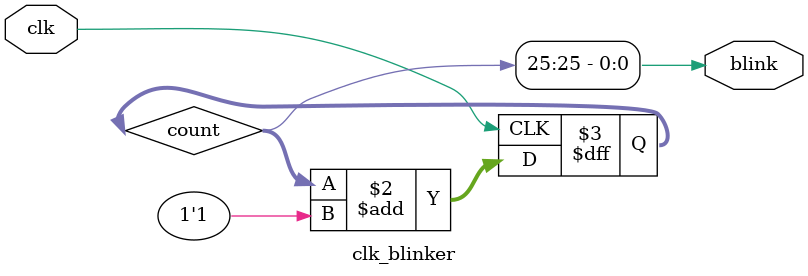
<source format=v>
module clk_blinker (
	input clk,
	output blink
);

reg [25:0] count;

always @(posedge clk)
	count <= count + 1'b1;
	
assign blink = count[25]; 


endmodule

</source>
